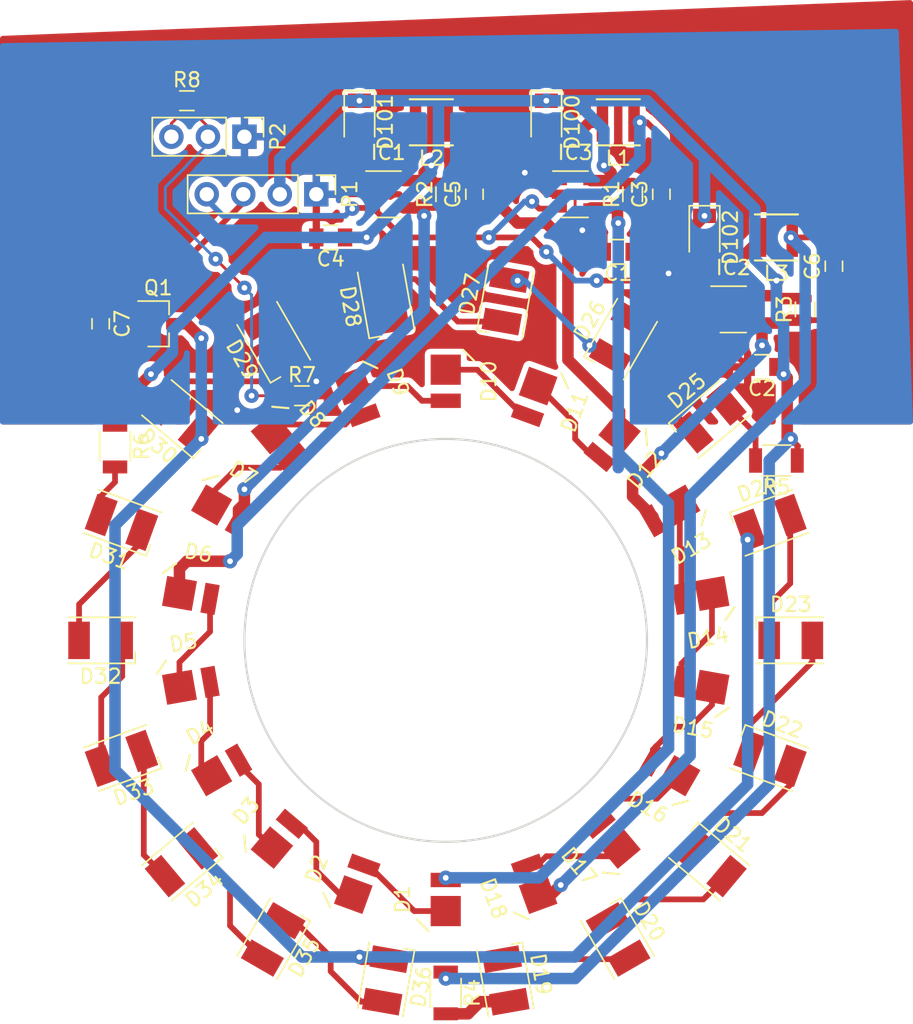
<source format=kicad_pcb>
(kicad_pcb (version 20191123) (host pcbnew "(5.99.0-446-g2a3d4ffe8)")
  (layers (0 "F.Cu" signal) (31 "B.Cu" signal) (34 "B.Paste" user) (35 "F.Paste" user) (36 "B.SilkS" user) (37 "F.SilkS" user) (38 "B.Mask" user) (39 "F.Mask" user) (44 "Edge.Cuts" user))
  (net 0 "")
  (net 1 "Net-(D1-Pad1)")
  (net 2 "Net-(D2-Pad1)")
  (net 3 "GND")
  (net 4 "Net-(D4-Pad1)")
  (net 5 "Net-(D5-Pad1)")
  (net 6 "Net-(D7-Pad1)")
  (net 7 "Net-(D8-Pad1)")
  (net 8 "Net-(D10-Pad2)")
  (net 9 "Net-(D10-Pad1)")
  (net 10 "Net-(D11-Pad1)")
  (net 11 "Net-(D13-Pad1)")
  (net 12 "Net-(D14-Pad1)")
  (net 13 "Net-(D16-Pad1)")
  (net 14 "Net-(D17-Pad1)")
  (net 15 "Net-(D19-Pad1)")
  (net 16 "Net-(D19-Pad2)")
  (net 17 "Net-(D20-Pad1)")
  (net 18 "Net-(D22-Pad1)")
  (net 19 "Net-(D23-Pad1)")
  (net 20 "Net-(D25-Pad1)")
  (net 21 "Net-(D25-Pad2)")
  (net 22 "Net-(D26-Pad1)")
  (net 23 "Net-(D28-Pad1)")
  (net 24 "Net-(D29-Pad1)")
  (net 25 "Net-(D31-Pad1)")
  (net 26 "Net-(D31-Pad2)")
  (net 27 "Net-(D32-Pad1)")
  (net 28 "Net-(D34-Pad1)")
  (net 29 "Net-(D35-Pad1)")
  (net 30 "+24V")
  (net 31 "/L1")
  (net 32 "/H1")
  (net 33 "/L2")
  (net 34 "/H2")
  (net 35 "/L3")
  (net 36 "/H3")
  (net 37 "/CTRL_R")
  (net 38 "Net-(D3-Pad1)")
  (net 39 "Net-(D15-Pad1)")
  (net 40 "Net-(D21-Pad1)")
  (net 41 "Net-(D24-Pad1)")
  (net 42 "Net-(D27-Pad1)")
  (net 43 "Net-(D33-Pad1)")
  (net 44 "/SW1")
  (net 45 "/SW2")
  (net 46 "/SW3")
  (net 47 "/CTRL_W")
  (net 48 "/TempSens")
  (net 49 "/TempSensH")
  (module "Resistors_SMD:R_0603" (layer "F.Cu") (at 43 26.5)
    (fp_text reference "R8" (at 0 -1.45) (layer "F.SilkS"))
    (fp_text value "R")
    (pad "1" smd rect (at -0.75 0) (size 0.5 0.9) (layers "F.Cu" "F.Paste" "F.Mask") (net 49 "/TempSensH"))
    (pad "2" smd rect (at 0.75 0) (size 0.5 0.9) (layers "F.Cu" "F.Paste" "F.Mask") (net 48 "/TempSens"))
  )
  (module "Resistors_SMD:R_0603" (layer "F.Cu") (at 51 47)
    (fp_text reference "R7" (at 0 -1.45) (layer "F.SilkS"))
    (fp_text value "TempSens")
    (pad "1" smd rect (at -0.75 0) (size 0.5 0.9) (layers "F.Cu" "F.Paste" "F.Mask") (net 48 "/TempSens"))
    (pad "2" smd rect (at 0.75 0) (size 0.5 0.9) (layers "F.Cu" "F.Paste" "F.Mask") (net 3 "GND"))
  )
  (module "Socket_Strips:Socket_Strip_Straight_1x03_Pitch2.54mm" (layer "F.Cu") (at 47 29 -90)
    (fp_text reference "P2" (at 0 -2.33 90) (layer "F.SilkS"))
    (fp_text value "CONN_01X03")
    (pad "1" thru_hole rect (at 0 0 270) (size 1.7 1.7) (drill 1) (layers *.Cu *.Mask) (net 3 "GND"))
    (pad "2" thru_hole oval (at 0 2.54 270) (size 1.7 1.7) (drill 1) (layers *.Cu *.Mask) (net 48 "/TempSens"))
    (pad "3" thru_hole oval (at 0 5.08 270) (size 1.7 1.7) (drill 1) (layers *.Cu *.Mask) (net 49 "/TempSensH"))
  )
  (module "Inductors:Inductor_Taiyo-Yuden_MD-3030" (layer "F.Cu") (at 84 36 180)
    (fp_text reference "L3" (at 0 -2.5) (layer "F.SilkS"))
    (fp_text value "L")
    (pad "1" smd rect (at -1.1 0 180) (size 0.8 2.7) (layers "F.Cu" "F.Paste" "F.Mask") (net 35 "/L3"))
    (pad "2" smd rect (at 1.1 0 180) (size 0.8 2.7) (layers "F.Cu" "F.Paste" "F.Mask") (net 46 "/SW3"))
  )
  (module "Inductors:Inductor_Taiyo-Yuden_MD-3030" (layer "F.Cu") (at 60 28 180)
    (fp_text reference "L2" (at 0 -2.5) (layer "F.SilkS"))
    (fp_text value "L")
    (pad "1" smd rect (at -1.1 0 180) (size 0.8 2.7) (layers "F.Cu" "F.Paste" "F.Mask") (net 33 "/L2"))
    (pad "2" smd rect (at 1.1 0 180) (size 0.8 2.7) (layers "F.Cu" "F.Paste" "F.Mask") (net 45 "/SW2"))
  )
  (module "Inductors:Inductor_Taiyo-Yuden_MD-3030" (layer "F.Cu") (at 73 28 180)
    (fp_text reference "L1" (at 0 -2.5) (layer "F.SilkS"))
    (fp_text value "L")
    (pad "1" smd rect (at -1.1 0 180) (size 0.8 2.7) (layers "F.Cu" "F.Paste" "F.Mask") (net 31 "/L1"))
    (pad "2" smd rect (at 1.1 0 180) (size 0.8 2.7) (layers "F.Cu" "F.Paste" "F.Mask") (net 44 "/SW1"))
  )
  (module "LEDs:LED_PLCC-2" (layer "F.Cu") (at 56.84 87.63 -100)
    (fp_text reference "D36" (at 0 -2.5 -100) (layer "F.SilkS"))
    (fp_text value "RED")
    (pad "1" smd rect (at -1.5 0 260) (size 1.5 2.6) (layers "F.Cu" "F.Paste" "F.Mask") (net 41 "Net-(D24-Pad1)"))
    (pad "2" smd rect (at 1.5 0 260) (size 1.5 2.6) (layers "F.Cu" "F.Paste" "F.Mask") (net 29 "Net-(D35-Pad1)"))
  )
  (module "LEDs:LED_PLCC-2" (layer "F.Cu") (at 49 84.78 -120)
    (fp_text reference "D35" (at 0 -2.5 -120) (layer "F.SilkS"))
    (fp_text value "RED")
    (pad "1" smd rect (at -1.5 0 240) (size 1.5 2.6) (layers "F.Cu" "F.Paste" "F.Mask") (net 29 "Net-(D35-Pad1)"))
    (pad "2" smd rect (at 1.5 0 240) (size 1.5 2.6) (layers "F.Cu" "F.Paste" "F.Mask") (net 28 "Net-(D34-Pad1)"))
  )
  (module "LEDs:LED_PLCC-2" (layer "F.Cu") (at 42.62 79.42 -140)
    (fp_text reference "D34" (at 0 -2.5 -140) (layer "F.SilkS"))
    (fp_text value "RED")
    (pad "1" smd rect (at -1.5 0 220) (size 1.5 2.6) (layers "F.Cu" "F.Paste" "F.Mask") (net 28 "Net-(D34-Pad1)"))
    (pad "2" smd rect (at 1.5 0 220) (size 1.5 2.6) (layers "F.Cu" "F.Paste" "F.Mask") (net 43 "Net-(D33-Pad1)"))
  )
  (module "LEDs:LED_PLCC-2" (layer "F.Cu") (at 38.45 72.2 -160)
    (fp_text reference "D33" (at 0 -2.5 -160) (layer "F.SilkS"))
    (fp_text value "RED")
    (pad "1" smd rect (at -1.5 0 200) (size 1.5 2.6) (layers "F.Cu" "F.Paste" "F.Mask") (net 43 "Net-(D33-Pad1)"))
    (pad "2" smd rect (at 1.5 0 200) (size 1.5 2.6) (layers "F.Cu" "F.Paste" "F.Mask") (net 27 "Net-(D32-Pad1)"))
  )
  (module "LEDs:LED_PLCC-2" (layer "F.Cu") (at 37 64 180)
    (fp_text reference "D32" (at 0 -2.5 180) (layer "F.SilkS"))
    (fp_text value "RED")
    (pad "1" smd rect (at -1.5 0 180) (size 1.5 2.6) (layers "F.Cu" "F.Paste" "F.Mask") (net 27 "Net-(D32-Pad1)"))
    (pad "2" smd rect (at 1.5 0 180) (size 1.5 2.6) (layers "F.Cu" "F.Paste" "F.Mask") (net 25 "Net-(D31-Pad1)"))
  )
  (module "LEDs:LED_PLCC-2" (layer "F.Cu") (at 38.45 55.8 160)
    (fp_text reference "D31" (at 0 -2.5 160) (layer "F.SilkS"))
    (fp_text value "RED")
    (pad "1" smd rect (at -1.5 0 160) (size 1.5 2.6) (layers "F.Cu" "F.Paste" "F.Mask") (net 25 "Net-(D31-Pad1)"))
    (pad "2" smd rect (at 1.5 0 160) (size 1.5 2.6) (layers "F.Cu" "F.Paste" "F.Mask") (net 26 "Net-(D31-Pad2)"))
  )
  (module "LEDs:LED_PLCC-2" (layer "F.Cu") (at 42.62 48.58 140)
    (fp_text reference "D30" (at 0 -2.5 140) (layer "F.SilkS"))
    (fp_text value "RED")
    (pad "1" smd rect (at -1.5 0 140) (size 1.5 2.6) (layers "F.Cu" "F.Paste" "F.Mask") (net 41 "Net-(D24-Pad1)"))
    (pad "2" smd rect (at 1.5 0 140) (size 1.5 2.6) (layers "F.Cu" "F.Paste" "F.Mask") (net 24 "Net-(D29-Pad1)"))
  )
  (module "LEDs:LED_PLCC-2" (layer "F.Cu") (at 49 43.22 120)
    (fp_text reference "D29" (at 0 -2.5 120) (layer "F.SilkS"))
    (fp_text value "RED")
    (pad "1" smd rect (at -1.5 0 120) (size 1.5 2.6) (layers "F.Cu" "F.Paste" "F.Mask") (net 24 "Net-(D29-Pad1)"))
    (pad "2" smd rect (at 1.5 0 120) (size 1.5 2.6) (layers "F.Cu" "F.Paste" "F.Mask") (net 23 "Net-(D28-Pad1)"))
  )
  (module "LEDs:LED_PLCC-2" (layer "F.Cu") (at 56.84 40.37 100)
    (fp_text reference "D28" (at 0 -2.5 100) (layer "F.SilkS"))
    (fp_text value "RED")
    (pad "1" smd rect (at -1.5 0 100) (size 1.5 2.6) (layers "F.Cu" "F.Paste" "F.Mask") (net 23 "Net-(D28-Pad1)"))
    (pad "2" smd rect (at 1.5 0 100) (size 1.5 2.6) (layers "F.Cu" "F.Paste" "F.Mask") (net 42 "Net-(D27-Pad1)"))
  )
  (module "LEDs:LED_PLCC-2" (layer "F.Cu") (at 65.16 40.37 80)
    (fp_text reference "D27" (at 0 -2.5 80) (layer "F.SilkS"))
    (fp_text value "RED")
    (pad "1" smd rect (at -1.5 0 80) (size 1.5 2.6) (layers "F.Cu" "F.Paste" "F.Mask") (net 42 "Net-(D27-Pad1)"))
    (pad "2" smd rect (at 1.5 0 80) (size 1.5 2.6) (layers "F.Cu" "F.Paste" "F.Mask") (net 22 "Net-(D26-Pad1)"))
  )
  (module "LEDs:LED_PLCC-2" (layer "F.Cu") (at 79.38 48.58 40)
    (fp_text reference "D25" (at 0 -2.5 40) (layer "F.SilkS"))
    (fp_text value "RED")
    (pad "1" smd rect (at -1.5 0 40) (size 1.5 2.6) (layers "F.Cu" "F.Paste" "F.Mask") (net 20 "Net-(D25-Pad1)"))
    (pad "2" smd rect (at 1.5 0 40) (size 1.5 2.6) (layers "F.Cu" "F.Paste" "F.Mask") (net 21 "Net-(D25-Pad2)"))
  )
  (module "LEDs:LED_PLCC-2" (layer "F.Cu") (at 83.55 55.8 20)
    (fp_text reference "D24" (at 0 -2.5 20) (layer "F.SilkS"))
    (fp_text value "RED")
    (pad "1" smd rect (at -1.5 0 20) (size 1.5 2.6) (layers "F.Cu" "F.Paste" "F.Mask") (net 41 "Net-(D24-Pad1)"))
    (pad "2" smd rect (at 1.5 0 20) (size 1.5 2.6) (layers "F.Cu" "F.Paste" "F.Mask") (net 19 "Net-(D23-Pad1)"))
  )
  (module "LEDs:LED_PLCC-2" (layer "F.Cu") (at 85 64)
    (fp_text reference "D23" (at 0 -2.5) (layer "F.SilkS"))
    (fp_text value "RED")
    (pad "1" smd rect (at -1.5 0) (size 1.5 2.6) (layers "F.Cu" "F.Paste" "F.Mask") (net 19 "Net-(D23-Pad1)"))
    (pad "2" smd rect (at 1.5 0) (size 1.5 2.6) (layers "F.Cu" "F.Paste" "F.Mask") (net 18 "Net-(D22-Pad1)"))
  )
  (module "LEDs:LED_PLCC-2" (layer "F.Cu") (at 83.55 72.2 -20)
    (fp_text reference "D22" (at 0 -2.5 -20) (layer "F.SilkS"))
    (fp_text value "RED")
    (pad "1" smd rect (at -1.5 0 340) (size 1.5 2.6) (layers "F.Cu" "F.Paste" "F.Mask") (net 18 "Net-(D22-Pad1)"))
    (pad "2" smd rect (at 1.5 0 340) (size 1.5 2.6) (layers "F.Cu" "F.Paste" "F.Mask") (net 40 "Net-(D21-Pad1)"))
  )
  (module "LEDs:LED_PLCC-2" (layer "F.Cu") (at 79.38 79.42 -40)
    (fp_text reference "D21" (at 0 -2.5 -40) (layer "F.SilkS"))
    (fp_text value "RED")
    (pad "1" smd rect (at -1.5 0 320) (size 1.5 2.6) (layers "F.Cu" "F.Paste" "F.Mask") (net 40 "Net-(D21-Pad1)"))
    (pad "2" smd rect (at 1.5 0 320) (size 1.5 2.6) (layers "F.Cu" "F.Paste" "F.Mask") (net 17 "Net-(D20-Pad1)"))
  )
  (module "LEDs:LED_PLCC-2" (layer "F.Cu") (at 72.99 84.78 -60)
    (fp_text reference "D20" (at 0 -2.5 -60) (layer "F.SilkS"))
    (fp_text value "RED")
    (pad "1" smd rect (at -1.5 0 300) (size 1.5 2.6) (layers "F.Cu" "F.Paste" "F.Mask") (net 17 "Net-(D20-Pad1)"))
    (pad "2" smd rect (at 1.5 0 300) (size 1.5 2.6) (layers "F.Cu" "F.Paste" "F.Mask") (net 15 "Net-(D19-Pad1)"))
  )
  (module "LEDs:LED_PLCC-2" (layer "F.Cu") (at 65.16 87.63 -80)
    (fp_text reference "D19" (at 0 -2.5 -80) (layer "F.SilkS"))
    (fp_text value "RED")
    (pad "1" smd rect (at -1.5 0 280) (size 1.5 2.6) (layers "F.Cu" "F.Paste" "F.Mask") (net 15 "Net-(D19-Pad1)"))
    (pad "2" smd rect (at 1.5 0 280) (size 1.5 2.6) (layers "F.Cu" "F.Paste" "F.Mask") (net 16 "Net-(D19-Pad2)"))
  )
  (module "Capacitors_SMD:C_0805" (layer "F.Cu") (at 73 37 180)
    (fp_text reference "C1" (at 0 -1.5 180) (layer "F.SilkS"))
    (fp_text value "2u2")
    (pad "1" smd rect (at -1 0 180) (size 1 1.25) (layers "F.Cu" "F.Paste" "F.Mask") (net 30 "+24V"))
    (pad "2" smd rect (at 1 0 180) (size 1 1.25) (layers "F.Cu" "F.Paste" "F.Mask") (net 3 "GND"))
  )
  (module "Capacitors_SMD:C_0805" (layer "F.Cu") (at 83 45 180)
    (fp_text reference "C2" (at 0 -1.5 180) (layer "F.SilkS"))
    (fp_text value "2u2")
    (pad "1" smd rect (at -1 0 180) (size 1 1.25) (layers "F.Cu" "F.Paste" "F.Mask") (net 30 "+24V"))
    (pad "2" smd rect (at 1 0 180) (size 1 1.25) (layers "F.Cu" "F.Paste" "F.Mask") (net 3 "GND"))
  )
  (module "Capacitors_SMD:C_0603" (layer "F.Cu") (at 76 33 90)
    (fp_text reference "C3" (at 0 -1.5 90) (layer "F.SilkS"))
    (fp_text value "100n")
    (pad "2" smd rect (at 0.75 0 90) (size 0.8 0.75) (layers "F.Cu" "F.Paste" "F.Mask") (net 31 "/L1"))
    (pad "1" smd rect (at -0.75 0 90) (size 0.8 0.75) (layers "F.Cu" "F.Paste" "F.Mask") (net 32 "/H1"))
  )
  (module "Capacitors_SMD:C_0805" (layer "F.Cu") (at 53 36 180)
    (fp_text reference "C4" (at 0 -1.5 180) (layer "F.SilkS"))
    (fp_text value "2u2")
    (pad "1" smd rect (at -1 0 180) (size 1 1.25) (layers "F.Cu" "F.Paste" "F.Mask") (net 30 "+24V"))
    (pad "2" smd rect (at 1 0 180) (size 1 1.25) (layers "F.Cu" "F.Paste" "F.Mask") (net 3 "GND"))
  )
  (module "Capacitors_SMD:C_0603" (layer "F.Cu") (at 63 33 90)
    (fp_text reference "C5" (at 0 -1.5 90) (layer "F.SilkS"))
    (fp_text value "100n")
    (pad "2" smd rect (at 0.75 0 90) (size 0.8 0.75) (layers "F.Cu" "F.Paste" "F.Mask") (net 33 "/L2"))
    (pad "1" smd rect (at -0.75 0 90) (size 0.8 0.75) (layers "F.Cu" "F.Paste" "F.Mask") (net 34 "/H2"))
  )
  (module "Capacitors_SMD:C_0603" (layer "F.Cu") (at 88 38 90)
    (fp_text reference "C6" (at 0 -1.5 90) (layer "F.SilkS"))
    (fp_text value "100n")
    (pad "2" smd rect (at 0.75 0 90) (size 0.8 0.75) (layers "F.Cu" "F.Paste" "F.Mask") (net 35 "/L3"))
    (pad "1" smd rect (at -0.75 0 90) (size 0.8 0.75) (layers "F.Cu" "F.Paste" "F.Mask") (net 36 "/H3"))
  )
  (module "Capacitors_SMD:C_0603" (layer "F.Cu") (at 37 42 -90)
    (fp_text reference "C7" (at 0 -1.5 -90) (layer "F.SilkS"))
    (fp_text value "100n")
    (pad "2" smd rect (at 0.75 0 270) (size 0.8 0.75) (layers "F.Cu" "F.Paste" "F.Mask") (net 3 "GND"))
    (pad "1" smd rect (at -0.75 0 270) (size 0.8 0.75) (layers "F.Cu" "F.Paste" "F.Mask") (net 37 "/CTRL_R"))
  )
  (module "Diodes_SMD:D_1206" (layer "F.Cu") (at 68 28 -90)
    (fp_text reference "D100" (at 0 -1.8 -90) (layer "F.SilkS"))
    (fp_text value "D_Schottky")
    (pad "1" smd rect (at -1.5 0 270) (size 1 1.6) (layers "F.Cu" "F.Paste" "F.Mask") (net 30 "+24V"))
    (pad "2" smd rect (at 1.5 0 270) (size 1 1.6) (layers "F.Cu" "F.Paste" "F.Mask") (net 44 "/SW1"))
  )
  (module "Diodes_SMD:D_1206" (layer "F.Cu") (at 55 28 -90)
    (fp_text reference "D101" (at 0 -1.8 -90) (layer "F.SilkS"))
    (fp_text value "D_Schottky")
    (pad "1" smd rect (at -1.5 0 270) (size 1 1.6) (layers "F.Cu" "F.Paste" "F.Mask") (net 30 "+24V"))
    (pad "2" smd rect (at 1.5 0 270) (size 1 1.6) (layers "F.Cu" "F.Paste" "F.Mask") (net 45 "/SW2"))
  )
  (module "Diodes_SMD:D_1206" (layer "F.Cu") (at 79 36 -90)
    (fp_text reference "D102" (at 0 -1.8 -90) (layer "F.SilkS"))
    (fp_text value "D_Schottky")
    (pad "1" smd rect (at -1.5 0 270) (size 1 1.6) (layers "F.Cu" "F.Paste" "F.Mask") (net 30 "+24V"))
    (pad "2" smd rect (at 1.5 0 270) (size 1 1.6) (layers "F.Cu" "F.Paste" "F.Mask") (net 46 "/SW3"))
  )
  (module "TO_SOT_Packages_SMD:SOT-23-5" (layer "F.Cu") (at 57 33)
    (fp_text reference "IC1" (at 0 -2.9) (layer "F.SilkS"))
    (fp_text value "AL8808")
    (pad "1" smd rect (at -1.1 -0.95) (size 1.06 0.65) (layers "F.Cu" "F.Paste" "F.Mask") (net 45 "/SW2"))
    (pad "2" smd rect (at -1.1 0) (size 1.06 0.65) (layers "F.Cu" "F.Paste" "F.Mask") (net 3 "GND"))
    (pad "3" smd rect (at -1.1 0.95) (size 1.06 0.65) (layers "F.Cu" "F.Paste" "F.Mask") (net 47 "/CTRL_W"))
    (pad "4" smd rect (at 1.1 0.95) (size 1.06 0.65) (layers "F.Cu" "F.Paste" "F.Mask") (net 34 "/H2"))
    (pad "5" smd rect (at 1.1 -0.95) (size 1.06 0.65) (layers "F.Cu" "F.Paste" "F.Mask") (net 30 "+24V"))
  )
  (module "TO_SOT_Packages_SMD:SOT-23-5" (layer "F.Cu") (at 81 41)
    (fp_text reference "IC2" (at 0 -2.9) (layer "F.SilkS"))
    (fp_text value "AL8808")
    (pad "1" smd rect (at -1.1 -0.95) (size 1.06 0.65) (layers "F.Cu" "F.Paste" "F.Mask") (net 46 "/SW3"))
    (pad "2" smd rect (at -1.1 0) (size 1.06 0.65) (layers "F.Cu" "F.Paste" "F.Mask") (net 3 "GND"))
    (pad "3" smd rect (at -1.1 0.95) (size 1.06 0.65) (layers "F.Cu" "F.Paste" "F.Mask") (net 47 "/CTRL_W"))
    (pad "4" smd rect (at 1.1 0.95) (size 1.06 0.65) (layers "F.Cu" "F.Paste" "F.Mask") (net 36 "/H3"))
    (pad "5" smd rect (at 1.1 -0.95) (size 1.06 0.65) (layers "F.Cu" "F.Paste" "F.Mask") (net 30 "+24V"))
  )
  (module "TO_SOT_Packages_SMD:SOT-23-5" (layer "F.Cu") (at 70 33)
    (fp_text reference "IC3" (at 0 -2.9) (layer "F.SilkS"))
    (fp_text value "AL8808")
    (pad "1" smd rect (at -1.1 -0.95) (size 1.06 0.65) (layers "F.Cu" "F.Paste" "F.Mask") (net 44 "/SW1"))
    (pad "2" smd rect (at -1.1 0) (size 1.06 0.65) (layers "F.Cu" "F.Paste" "F.Mask") (net 3 "GND"))
    (pad "3" smd rect (at -1.1 0.95) (size 1.06 0.65) (layers "F.Cu" "F.Paste" "F.Mask") (net 47 "/CTRL_W"))
    (pad "4" smd rect (at 1.1 0.95) (size 1.06 0.65) (layers "F.Cu" "F.Paste" "F.Mask") (net 32 "/H1"))
    (pad "5" smd rect (at 1.1 -0.95) (size 1.06 0.65) (layers "F.Cu" "F.Paste" "F.Mask") (net 30 "+24V"))
  )
  (module "TO_SOT_Packages_SMD:SOT-23" (layer "F.Cu") (at 41 42)
    (fp_text reference "Q1" (at 0 -2.5) (layer "F.SilkS"))
    (fp_text value "Q_NMOS_GSD")
    (pad "1" smd rect (at -1 -0.95) (size 0.9 0.8) (layers "F.Cu" "F.Paste" "F.Mask") (net 37 "/CTRL_R"))
    (pad "2" smd rect (at -1 0.95) (size 0.9 0.8) (layers "F.Cu" "F.Paste" "F.Mask") (net 3 "GND"))
    (pad "3" smd rect (at 1 0) (size 0.9 0.8) (layers "F.Cu" "F.Paste" "F.Mask") (net 41 "Net-(D24-Pad1)"))
  )
  (module "Resistors_SMD:R_0603" (layer "F.Cu") (at 74 33 90)
    (fp_text reference "R1" (at 0 -1.45 90) (layer "F.SilkS"))
    (fp_text value "1R 1%")
    (pad "1" smd rect (at -0.75 0 90) (size 0.5 0.9) (layers "F.Cu" "F.Paste" "F.Mask") (net 32 "/H1"))
    (pad "2" smd rect (at 0.75 0 90) (size 0.5 0.9) (layers "F.Cu" "F.Paste" "F.Mask") (net 30 "+24V"))
  )
  (module "Resistors_SMD:R_0603" (layer "F.Cu") (at 61 33 90)
    (fp_text reference "R2" (at 0 -1.45 90) (layer "F.SilkS"))
    (fp_text value "1R 1%")
    (pad "1" smd rect (at -0.75 0 90) (size 0.5 0.9) (layers "F.Cu" "F.Paste" "F.Mask") (net 34 "/H2"))
    (pad "2" smd rect (at 0.75 0 90) (size 0.5 0.9) (layers "F.Cu" "F.Paste" "F.Mask") (net 30 "+24V"))
  )
  (module "Resistors_SMD:R_0603" (layer "F.Cu") (at 86 41 90)
    (fp_text reference "R3" (at 0 -1.45 90) (layer "F.SilkS"))
    (fp_text value "1R 1%")
    (pad "1" smd rect (at -0.75 0 90) (size 0.5 0.9) (layers "F.Cu" "F.Paste" "F.Mask") (net 36 "/H3"))
    (pad "2" smd rect (at 0.75 0 90) (size 0.5 0.9) (layers "F.Cu" "F.Paste" "F.Mask") (net 30 "+24V"))
  )
  (module "LEDs:LED_PLCC-2" (layer "F.Cu") (at 73.2 43 60)
    (fp_text reference "D26" (at 0 -2.5 60) (layer "F.SilkS"))
    (fp_text value "RED")
    (pad "1" smd rect (at -1.5 0 60) (size 1.5 2.6) (layers "F.Cu" "F.Paste" "F.Mask") (net 22 "Net-(D26-Pad1)"))
    (pad "2" smd rect (at 1.5 0 60) (size 1.5 2.6) (layers "F.Cu" "F.Paste" "F.Mask") (net 20 "Net-(D25-Pad1)"))
  )
  (module "Sven_FP:PLCC_EAHC2835" (layer "F.Cu") (at 61 82 -90)
    (fp_text reference "D1" (at 0 3 -90) (layer "F.SilkS"))
    (fp_text value "White")
    (pad "1" smd rect (at 0.81 0 270) (size 2.1 2.1) (layers "F.Cu" "F.Paste" "F.Mask") (net 1 "Net-(D1-Pad1)"))
    (pad "2" smd rect (at -1.35 0 270) (size 1 2.1) (layers "F.Cu" "F.Paste" "F.Mask") (net 32 "/H1"))
  )
  (module "Sven_FP:PLCC_EAHC2835" (layer "F.Cu") (at 54.85 80.91 -110)
    (fp_text reference "D2" (at 0 3 -110) (layer "F.SilkS"))
    (fp_text value "White")
    (pad "1" smd rect (at 0.81 0 250) (size 2.1 2.1) (layers "F.Cu" "F.Paste" "F.Mask") (net 2 "Net-(D2-Pad1)"))
    (pad "2" smd rect (at -1.35 0 250) (size 1 2.1) (layers "F.Cu" "F.Paste" "F.Mask") (net 1 "Net-(D1-Pad1)"))
  )
  (module "Sven_FP:PLCC_EAHC2835" (layer "F.Cu") (at 49.43 77.78 -130)
    (fp_text reference "D3" (at 0 3 -130) (layer "F.SilkS"))
    (fp_text value "White")
    (pad "1" smd rect (at 0.81 0 230) (size 2.1 2.1) (layers "F.Cu" "F.Paste" "F.Mask") (net 38 "Net-(D3-Pad1)"))
    (pad "2" smd rect (at -1.35 0 230) (size 1 2.1) (layers "F.Cu" "F.Paste" "F.Mask") (net 2 "Net-(D2-Pad1)"))
  )
  (module "Sven_FP:PLCC_EAHC2835" (layer "F.Cu") (at 45.42 73 -150)
    (fp_text reference "D4" (at 0 3 -150) (layer "F.SilkS"))
    (fp_text value "White")
    (pad "1" smd rect (at 0.81 0 210) (size 2.1 2.1) (layers "F.Cu" "F.Paste" "F.Mask") (net 4 "Net-(D4-Pad1)"))
    (pad "2" smd rect (at -1.35 0 210) (size 1 2.1) (layers "F.Cu" "F.Paste" "F.Mask") (net 38 "Net-(D3-Pad1)"))
  )
  (module "Sven_FP:PLCC_EAHC2835" (layer "F.Cu") (at 43.28 67.12 -170)
    (fp_text reference "D5" (at 0 3 -170) (layer "F.SilkS"))
    (fp_text value "White")
    (pad "1" smd rect (at 0.81 0 190) (size 2.1 2.1) (layers "F.Cu" "F.Paste" "F.Mask") (net 5 "Net-(D5-Pad1)"))
    (pad "2" smd rect (at -1.35 0 190) (size 1 2.1) (layers "F.Cu" "F.Paste" "F.Mask") (net 4 "Net-(D4-Pad1)"))
  )
  (module "Sven_FP:PLCC_EAHC2835" (layer "F.Cu") (at 43.28 60.88 170)
    (fp_text reference "D6" (at 0 3 170) (layer "F.SilkS"))
    (fp_text value "White")
    (pad "1" smd rect (at 0.81 0 170) (size 2.1 2.1) (layers "F.Cu" "F.Paste" "F.Mask") (net 31 "/L1"))
    (pad "2" smd rect (at -1.35 0 170) (size 1 2.1) (layers "F.Cu" "F.Paste" "F.Mask") (net 5 "Net-(D5-Pad1)"))
  )
  (module "Sven_FP:PLCC_EAHC2835" (layer "F.Cu") (at 45.42 55 150)
    (fp_text reference "D7" (at 0 3 150) (layer "F.SilkS"))
    (fp_text value "White")
    (pad "1" smd rect (at 0.81 0 150) (size 2.1 2.1) (layers "F.Cu" "F.Paste" "F.Mask") (net 6 "Net-(D7-Pad1)"))
    (pad "2" smd rect (at -1.35 0 150) (size 1 2.1) (layers "F.Cu" "F.Paste" "F.Mask") (net 34 "/H2"))
  )
  (module "Sven_FP:PLCC_EAHC2835" (layer "F.Cu") (at 49.43 50.22 130)
    (fp_text reference "D8" (at 0 3 130) (layer "F.SilkS"))
    (fp_text value "White")
    (pad "1" smd rect (at 0.81 0 130) (size 2.1 2.1) (layers "F.Cu" "F.Paste" "F.Mask") (net 7 "Net-(D8-Pad1)"))
    (pad "2" smd rect (at -1.35 0 130) (size 1 2.1) (layers "F.Cu" "F.Paste" "F.Mask") (net 6 "Net-(D7-Pad1)"))
  )
  (module "Sven_FP:PLCC_EAHC2835" (layer "F.Cu") (at 54.85 47.09 110)
    (fp_text reference "D9" (at 0 3 110) (layer "F.SilkS"))
    (fp_text value "White")
    (pad "1" smd rect (at 0.81 0 110) (size 2.1 2.1) (layers "F.Cu" "F.Paste" "F.Mask") (net 8 "Net-(D10-Pad2)"))
    (pad "2" smd rect (at -1.35 0 110) (size 1 2.1) (layers "F.Cu" "F.Paste" "F.Mask") (net 7 "Net-(D8-Pad1)"))
  )
  (module "Sven_FP:PLCC_EAHC2835" (layer "F.Cu") (at 61 46 90)
    (fp_text reference "D10" (at 0 3 90) (layer "F.SilkS"))
    (fp_text value "White")
    (pad "1" smd rect (at 0.81 0 90) (size 2.1 2.1) (layers "F.Cu" "F.Paste" "F.Mask") (net 9 "Net-(D10-Pad1)"))
    (pad "2" smd rect (at -1.35 0 90) (size 1 2.1) (layers "F.Cu" "F.Paste" "F.Mask") (net 8 "Net-(D10-Pad2)"))
  )
  (module "Sven_FP:PLCC_EAHC2835" (layer "F.Cu") (at 67.15 47.09 70)
    (fp_text reference "D11" (at 0 3 70) (layer "F.SilkS"))
    (fp_text value "White")
    (pad "1" smd rect (at 0.81 0 70) (size 2.1 2.1) (layers "F.Cu" "F.Paste" "F.Mask") (net 10 "Net-(D11-Pad1)"))
    (pad "2" smd rect (at -1.35 0 70) (size 1 2.1) (layers "F.Cu" "F.Paste" "F.Mask") (net 9 "Net-(D10-Pad1)"))
  )
  (module "Sven_FP:PLCC_EAHC2835" (layer "F.Cu") (at 72.57 50.22 50)
    (fp_text reference "D12" (at 0 3 50) (layer "F.SilkS"))
    (fp_text value "White")
    (pad "1" smd rect (at 0.81 0 50) (size 2.1 2.1) (layers "F.Cu" "F.Paste" "F.Mask") (net 33 "/L2"))
    (pad "2" smd rect (at -1.35 0 50) (size 1 2.1) (layers "F.Cu" "F.Paste" "F.Mask") (net 10 "Net-(D11-Pad1)"))
  )
  (module "Sven_FP:PLCC_EAHC2835" (layer "F.Cu") (at 76.58 55.01 30)
    (fp_text reference "D13" (at 0 3 30) (layer "F.SilkS"))
    (fp_text value "White")
    (pad "1" smd rect (at 0.81 0 30) (size 2.1 2.1) (layers "F.Cu" "F.Paste" "F.Mask") (net 11 "Net-(D13-Pad1)"))
    (pad "2" smd rect (at -1.35 0 30) (size 1 2.1) (layers "F.Cu" "F.Paste" "F.Mask") (net 36 "/H3"))
  )
  (module "Sven_FP:PLCC_EAHC2835" (layer "F.Cu") (at 78.72 60.88 10)
    (fp_text reference "D14" (at 0 3 10) (layer "F.SilkS"))
    (fp_text value "White")
    (pad "1" smd rect (at 0.81 0 10) (size 2.1 2.1) (layers "F.Cu" "F.Paste" "F.Mask") (net 12 "Net-(D14-Pad1)"))
    (pad "2" smd rect (at -1.35 0 10) (size 1 2.1) (layers "F.Cu" "F.Paste" "F.Mask") (net 11 "Net-(D13-Pad1)"))
  )
  (module "Sven_FP:PLCC_EAHC2835" (layer "F.Cu") (at 78.72 67.12 -10)
    (fp_text reference "D15" (at 0 3 -10) (layer "F.SilkS"))
    (fp_text value "White")
    (pad "1" smd rect (at 0.81 0 350) (size 2.1 2.1) (layers "F.Cu" "F.Paste" "F.Mask") (net 39 "Net-(D15-Pad1)"))
    (pad "2" smd rect (at -1.35 0 350) (size 1 2.1) (layers "F.Cu" "F.Paste" "F.Mask") (net 12 "Net-(D14-Pad1)"))
  )
  (module "Sven_FP:PLCC_EAHC2835" (layer "F.Cu") (at 76.58 73 -30)
    (fp_text reference "D16" (at 0 3 -30) (layer "F.SilkS"))
    (fp_text value "White")
    (pad "1" smd rect (at 0.81 0 330) (size 2.1 2.1) (layers "F.Cu" "F.Paste" "F.Mask") (net 13 "Net-(D16-Pad1)"))
    (pad "2" smd rect (at -1.35 0 330) (size 1 2.1) (layers "F.Cu" "F.Paste" "F.Mask") (net 39 "Net-(D15-Pad1)"))
  )
  (module "Sven_FP:PLCC_EAHC2835" (layer "F.Cu") (at 72.57 77.78 -50)
    (fp_text reference "D17" (at 0 3 -50) (layer "F.SilkS"))
    (fp_text value "White")
    (pad "1" smd rect (at 0.81 0 310) (size 2.1 2.1) (layers "F.Cu" "F.Paste" "F.Mask") (net 14 "Net-(D17-Pad1)"))
    (pad "2" smd rect (at -1.35 0 310) (size 1 2.1) (layers "F.Cu" "F.Paste" "F.Mask") (net 13 "Net-(D16-Pad1)"))
  )
  (module "Sven_FP:PLCC_EAHC2835" (layer "F.Cu") (at 67.15 80.91 -70)
    (fp_text reference "D18" (at 0 3 -70) (layer "F.SilkS"))
    (fp_text value "White")
    (pad "1" smd rect (at 0.81 0 290) (size 2.1 2.1) (layers "F.Cu" "F.Paste" "F.Mask") (net 35 "/L3"))
    (pad "2" smd rect (at -1.35 0 290) (size 1 2.1) (layers "F.Cu" "F.Paste" "F.Mask") (net 14 "Net-(D17-Pad1)"))
  )
  (module "Socket_Strips:Socket_Strip_Straight_1x04_Pitch2.54mm" (layer "F.Cu") (at 52 33 -90)
    (fp_text reference "P1" (at 0 -2.33 -90) (layer "F.SilkS"))
    (fp_text value "CONN_01X04")
    (pad "1" thru_hole rect (at 0 0 270) (size 1.7 1.7) (drill 1) (layers *.Cu *.Mask) (net 3 "GND"))
    (pad "2" thru_hole oval (at 0 2.54 270) (size 1.7 1.7) (drill 1) (layers *.Cu *.Mask) (net 30 "+24V"))
    (pad "3" thru_hole oval (at 0 5.08 270) (size 1.7 1.7) (drill 1) (layers *.Cu *.Mask) (net 37 "/CTRL_R"))
    (pad "4" thru_hole oval (at 0 7.62 270) (size 1.7 1.7) (drill 1) (layers *.Cu *.Mask) (net 47 "/CTRL_W"))
  )
  (module "Resistors_SMD:R_1206" (layer "F.Cu") (at 61 88.5 -90)
    (fp_text reference "R4" (at 0 -1.85 -90) (layer "F.SilkS"))
    (fp_text value "R")
    (pad "1" smd rect (at -1.45 0 270) (size 0.9 1.7) (layers "F.Cu" "F.Paste" "F.Mask") (net 30 "+24V"))
    (pad "2" smd rect (at 1.45 0 270) (size 0.9 1.7) (layers "F.Cu" "F.Paste" "F.Mask") (net 16 "Net-(D19-Pad2)"))
  )
  (module "Resistors_SMD:R_1206" (layer "F.Cu") (at 84 51.5 180)
    (fp_text reference "R5" (at 0 -1.85 180) (layer "F.SilkS"))
    (fp_text value "R")
    (pad "1" smd rect (at -1.45 0 180) (size 0.9 1.7) (layers "F.Cu" "F.Paste" "F.Mask") (net 30 "+24V"))
    (pad "2" smd rect (at 1.45 0 180) (size 0.9 1.7) (layers "F.Cu" "F.Paste" "F.Mask") (net 21 "Net-(D25-Pad2)"))
  )
  (module "Resistors_SMD:R_1206" (layer "F.Cu") (at 38 50.5 -90)
    (fp_text reference "R6" (at 0 -1.85 -90) (layer "F.SilkS"))
    (fp_text value "R")
    (pad "1" smd rect (at -1.45 0 270) (size 0.9 1.7) (layers "F.Cu" "F.Paste" "F.Mask") (net 30 "+24V"))
    (pad "2" smd rect (at 1.45 0 270) (size 0.9 1.7) (layers "F.Cu" "F.Paste" "F.Mask") (net 26 "Net-(D31-Pad2)"))
  )
  (gr_circle (center 61 64) (end 47 64) (layer "Edge.Cuts") (width 0.15))
  (segment (start 82.55 51.5) (end 82.55 49.636752) (width 0.4) (layer "F.Cu") (net 21))
  (segment (start 82.55 49.636752) (end 80.529067 47.615819) (width 0.4) (layer "F.Cu") (net 21))
  (segment (start 85.5 50.5) (end 85.45 50.55) (width 0.4) (layer "F.Cu") (net 30))
  (segment (start 85.45 50.55) (end 85.45 51.5) (width 0.4) (layer "F.Cu") (net 30))
  (segment (start 85 50) (end 85.5 50.5) (width 0.4) (layer "F.Cu") (net 30))
  (segment (start 43 31) (end 43 30.96) (width 0.2) (layer "B.Cu") (net 48))
  (segment (start 43 30.96) (end 44.46 29.5) (width 0.2) (layer "B.Cu") (net 48))
  (segment (start 44.46 28.297919) (end 43.75 27.587919) (width 0.2) (layer "F.Cu") (net 48))
  (segment (start 44.46 29.5) (end 44.46 28.297919) (width 0.2) (layer "F.Cu") (net 48))
  (segment (start 43.75 27.587919) (end 43.75 26.5) (width 0.2) (layer "F.Cu") (net 48))
  (segment (start 41.92 28.08) (end 42.25 27.75) (width 0.2) (layer "F.Cu") (net 49))
  (segment (start 42.25 27.75) (end 42.25 26.5) (width 0.2) (layer "F.Cu") (net 49))
  (segment (start 41.92 29.5) (end 41.92 28.08) (width 0.2) (layer "F.Cu") (net 49))
  (segment (start 41.5 34) (end 41.5 32.5) (width 0.2) (layer "B.Cu") (net 48))
  (segment (start 45 37.5) (end 41.5 34) (width 0.2) (layer "B.Cu") (net 48))
  (segment (start 41.5 32.5) (end 43 31) (width 0.2) (layer "B.Cu") (net 48))
  (segment (start 47 39.5) (end 45 37.5) (width 0.2) (layer "F.Cu") (net 48))
  (via (at 45 37.5) (size 1) (drill 0.4) (layers "F.Cu" "B.Cu") (net 48))
  (segment (start 47.5 40) (end 47 39.5) (width 0.2) (layer "B.Cu") (net 48))
  (segment (start 47.5 47) (end 47.5 40) (width 0.2) (layer "B.Cu") (net 48))
  (via (at 47 39.5) (size 1) (drill 0.4) (layers "F.Cu" "B.Cu") (net 48))
  (segment (start 50.25 47) (end 47.5 47) (width 0.2) (layer "F.Cu") (net 48))
  (via (at 47.5 47) (size 1) (drill 0.4) (layers "F.Cu" "B.Cu") (net 48))
  (segment (start 50 48) (end 46.5 48) (width 0.2) (layer "B.Cu") (net 3))
  (segment (start 52 46) (end 50 48) (width 0.2) (layer "B.Cu") (net 3))
  (via (at 46.5 48) (size 1) (drill 0.4) (layers "F.Cu" "B.Cu") (net 3))
  (segment (start 51.75 46.25) (end 52 46) (width 0.2) (layer "F.Cu") (net 3))
  (segment (start 51.75 47) (end 51.75 46.25) (width 0.2) (layer "F.Cu") (net 3))
  (via (at 52 46) (size 1) (drill 0.4) (layers "F.Cu" "B.Cu") (net 3))
  (segment (start 68.85 34) (end 68.9 33.95) (width 0.4) (layer "F.Cu") (net 47))
  (segment (start 68.85 34) (end 68.9 33.95) (width 0.4) (layer "F.Cu") (net 47))
  (segment (start 67.5 36.5) (end 67 36) (width 0.4) (layer "F.Cu") (net 47))
  (segment (start 75 39) (end 71.5 39) (width 0.4) (layer "F.Cu") (net 47))
  (segment (start 77.95 41.95) (end 79.9 41.95) (width 0.4) (layer "F.Cu") (net 47))
  (segment (start 77.95 41.95) (end 75 39) (width 0.4) (layer "F.Cu") (net 47))
  (segment (start 56 34) (end 55.9 33.95) (width 0.4) (layer "F.Cu") (net 47))
  (segment (start 58 36) (end 56 34) (width 0.4) (layer "F.Cu") (net 47))
  (segment (start 64 36) (end 58 36) (width 0.4) (layer "F.Cu") (net 47))
  (segment (start 67 36) (end 64 36) (width 0.4) (layer "F.Cu") (net 47))
  (segment (start 68.85 34) (end 68.9 33.95) (width 0.4) (layer "F.Cu") (net 47))
  (segment (start 68 34) (end 68.85 34) (width 0.4) (layer "F.Cu") (net 47))
  (via (at 68 37) (size 1) (drill 0.4) (layers "F.Cu" "B.Cu") (net 47))
  (segment (start 68 37) (end 70 39) (width 0.4) (layer "B.Cu") (net 47))
  (segment (start 70 39) (end 71.5 39) (width 0.4) (layer "B.Cu") (net 47))
  (via (at 71.5 39) (size 1) (drill 0.4) (layers "F.Cu" "B.Cu") (net 47))
  (segment (start 67.5 36.5) (end 68 37) (width 0.4) (layer "F.Cu") (net 47))
  (segment (start 66.5 33.5) (end 64 36) (width 0.4) (layer "B.Cu") (net 47))
  (segment (start 66.5 33.5) (end 67 33.5) (width 0.4) (layer "B.Cu") (net 47))
  (via (at 67 33.5) (size 1) (drill 0.4) (layers "F.Cu" "B.Cu") (net 47))
  (segment (start 67 33.5) (end 67.5 34) (width 0.4) (layer "F.Cu") (net 47))
  (segment (start 68 34) (end 67.5 34) (width 0.4) (layer "F.Cu") (net 47))
  (via (at 64 36) (size 1) (drill 0.4) (layers "F.Cu" "B.Cu") (net 47))
  (segment (start 54.55 33.95) (end 55.9 33.95) (width 0.4) (layer "F.Cu") (net 47))
  (segment (start 54.5 34) (end 54.55 33.95) (width 0.4) (layer "F.Cu") (net 47))
  (via (at 54.5 34) (size 1) (drill 0.4) (layers "F.Cu" "B.Cu") (net 47))
  (segment (start 54 34.5) (end 54.5 34) (width 0.4) (layer "B.Cu") (net 47))
  (segment (start 45.5 34.5) (end 54 34.5) (width 0.4) (layer "B.Cu") (net 47))
  (segment (start 44.38 33.38) (end 45.5 34.5) (width 0.4) (layer "B.Cu") (net 47))
  (segment (start 44.38 33) (end 44.38 33.38) (width 0.4) (layer "B.Cu") (net 47))
  (segment (start 81.5 37.5) (end 79 37.5) (width 0.8) (layer "F.Cu") (net 46))
  (segment (start 82.9 36.1) (end 81.5 37.5) (width 0.8) (layer "F.Cu") (net 46))
  (segment (start 82.9 36) (end 82.9 36.1) (width 0.8) (layer "F.Cu") (net 46))
  (segment (start 79.05 40.05) (end 78 39) (width 0.4) (layer "F.Cu") (net 46))
  (segment (start 78 39) (end 78 38.5) (width 0.4) (layer "F.Cu") (net 46))
  (segment (start 78 38.5) (end 79 37.5) (width 0.4) (layer "F.Cu") (net 46))
  (segment (start 79.9 40.05) (end 79.05 40.05) (width 0.4) (layer "F.Cu") (net 46))
  (segment (start 55 30) (end 55 29.5) (width 0.4) (layer "F.Cu") (net 45))
  (segment (start 55.9 30.9) (end 55 30) (width 0.4) (layer "F.Cu") (net 45))
  (segment (start 55.9 32.05) (end 55.9 30.9) (width 0.4) (layer "F.Cu") (net 45))
  (segment (start 58 28) (end 56.5 29.5) (width 0.8) (layer "F.Cu") (net 45))
  (segment (start 56.5 29.5) (end 55 29.5) (width 0.8) (layer "F.Cu") (net 45))
  (segment (start 58.9 28) (end 58 28) (width 0.8) (layer "F.Cu") (net 45))
  (segment (start 69.5 29.5) (end 71 28) (width 0.8) (layer "F.Cu") (net 44))
  (segment (start 71 28) (end 71.9 28) (width 0.8) (layer "F.Cu") (net 44))
  (segment (start 68 29.5) (end 69.5 29.5) (width 0.8) (layer "F.Cu") (net 44))
  (segment (start 68.9 30.4) (end 68 29.5) (width 0.4) (layer "F.Cu") (net 44))
  (segment (start 68.9 32.05) (end 68.9 30.4) (width 0.4) (layer "F.Cu") (net 44))
  (segment (start 40 78.913248) (end 41.470933 80.384181) (width 0.4) (layer "F.Cu") (net 43))
  (segment (start 40 72) (end 40 78.913248) (width 0.4) (layer "F.Cu") (net 43))
  (segment (start 39.859539 71.859539) (end 40 72) (width 0.4) (layer "F.Cu") (net 43))
  (segment (start 39.859539 71.68697) (end 39.859539 71.859539) (width 0.4) (layer "F.Cu") (net 43))
  (segment (start 58.892788 38.892788) (end 61.847212 41.847212) (width 0.4) (layer "F.Cu") (net 42))
  (segment (start 61.847212 41.847212) (end 64.899528 41.847212) (width 0.4) (layer "F.Cu") (net 42))
  (segment (start 56.579528 38.892788) (end 58.892788 38.892788) (width 0.4) (layer "F.Cu") (net 42))
  (via (at 55 86) (size 1) (drill 0.4) (layers "F.Cu" "B.Cu") (net 41))
  (segment (start 55 86) (end 55.152788 86.152788) (width 0.8) (layer "F.Cu") (net 41))
  (segment (start 55.152788 86.152788) (end 57.100472 86.152788) (width 0.8) (layer "F.Cu") (net 41))
  (segment (start 43.769067 49.769067) (end 43.769067 49.544181) (width 0.8) (layer "F.Cu") (net 41))
  (segment (start 51 86) (end 38 73) (width 0.8) (layer "B.Cu") (net 41))
  (segment (start 38 73) (end 38 56) (width 0.8) (layer "B.Cu") (net 41))
  (segment (start 38 56) (end 44 50) (width 0.8) (layer "B.Cu") (net 41))
  (via (at 44 50) (size 1) (drill 0.4) (layers "F.Cu" "B.Cu") (net 41))
  (segment (start 44 50) (end 43.769067 49.769067) (width 0.8) (layer "F.Cu") (net 41))
  (segment (start 55 86) (end 51 86) (width 0.8) (layer "B.Cu") (net 41))
  (segment (start 82.140461 56.859539) (end 82.140461 56.31303) (width 0.8) (layer "F.Cu") (net 41))
  (segment (start 70 86) (end 82 74) (width 0.8) (layer "B.Cu") (net 41))
  (segment (start 82 74) (end 82 57) (width 0.8) (layer "B.Cu") (net 41))
  (via (at 82 57) (size 1) (drill 0.4) (layers "F.Cu" "B.Cu") (net 41))
  (segment (start 82 57) (end 82.140461 56.859539) (width 0.8) (layer "F.Cu") (net 41))
  (segment (start 55 86) (end 70 86) (width 0.8) (layer "B.Cu") (net 41))
  (segment (start 43 42) (end 44 43) (width 0.8) (layer "F.Cu") (net 41))
  (via (at 44 43) (size 1) (drill 0.4) (layers "F.Cu" "B.Cu") (net 41))
  (segment (start 44 43) (end 44 50) (width 0.8) (layer "B.Cu") (net 41))
  (segment (start 42 42) (end 43 42) (width 0.8) (layer "F.Cu") (net 41))
  (segment (start 84.959539 74.040461) (end 84.959539 72.71303) (width 0.4) (layer "F.Cu") (net 40))
  (segment (start 83 76) (end 84.959539 74.040461) (width 0.4) (layer "F.Cu") (net 40))
  (segment (start 80 76) (end 83 76) (width 0.4) (layer "F.Cu") (net 40))
  (segment (start 78.230933 77.769067) (end 80 76) (width 0.4) (layer "F.Cu") (net 40))
  (segment (start 78.230933 78.455819) (end 78.230933 77.769067) (width 0.4) (layer "F.Cu") (net 40))
  (segment (start 79.517694 67.482306) (end 79.517694 67.260655) (width 0.4) (layer "F.Cu") (net 39))
  (segment (start 77 70) (end 78 70) (width 0.4) (layer "F.Cu") (net 39))
  (segment (start 78 70) (end 79.517694 68.482306) (width 0.4) (layer "F.Cu") (net 39))
  (segment (start 79.517694 68.482306) (end 79.517694 67.260655) (width 0.4) (layer "F.Cu") (net 39))
  (segment (start 75.410866 71.589134) (end 77 70) (width 0.4) (layer "F.Cu") (net 39))
  (segment (start 75.410866 72.325) (end 75.410866 71.589134) (width 0.4) (layer "F.Cu") (net 39))
  (segment (start 48 77.491154) (end 48.909342 78.400496) (width 0.4) (layer "F.Cu") (net 38))
  (segment (start 48 74) (end 48 77.491154) (width 0.4) (layer "F.Cu") (net 38))
  (segment (start 46.589134 72.589134) (end 48 74) (width 0.4) (layer "F.Cu") (net 38))
  (segment (start 46.589134 72.325) (end 46.589134 72.589134) (width 0.4) (layer "F.Cu") (net 38))
  (segment (start 37.2 41.05) (end 37 41.25) (width 0.4) (layer "F.Cu") (net 37))
  (segment (start 40 41.05) (end 37.2 41.05) (width 0.4) (layer "F.Cu") (net 37))
  (segment (start 46.92 33.58) (end 46.92 33) (width 0.4) (layer "F.Cu") (net 37))
  (segment (start 40 40.5) (end 46.92 33.58) (width 0.4) (layer "F.Cu") (net 37))
  (segment (start 40 41.05) (end 40 40.5) (width 0.4) (layer "F.Cu") (net 37))
  (segment (start 84.25 41.75) (end 84.05 41.95) (width 0.8) (layer "F.Cu") (net 36))
  (segment (start 83 41.95) (end 82.1 41.95) (width 0.8) (layer "F.Cu") (net 36))
  (segment (start 84.05 41.95) (end 83 41.95) (width 0.8) (layer "F.Cu") (net 36))
  (segment (start 86 41.75) (end 84.25 41.75) (width 0.8) (layer "F.Cu") (net 36))
  (segment (start 75.410866 55.410866) (end 74 54) (width 0.8) (layer "F.Cu") (net 36))
  (segment (start 87.25 41.75) (end 88 41) (width 0.4) (layer "F.Cu") (net 36))
  (segment (start 88 41) (end 88 38.75) (width 0.4) (layer "F.Cu") (net 36))
  (segment (start 86 41.75) (end 87.25 41.75) (width 0.4) (layer "F.Cu") (net 36))
  (segment (start 74 53) (end 76 51) (width 0.8) (layer "F.Cu") (net 36))
  (via (at 76 51) (size 1) (drill 0.4) (layers "F.Cu" "B.Cu") (net 36))
  (segment (start 76 51) (end 82 45) (width 0.8) (layer "B.Cu") (net 36))
  (segment (start 74 54) (end 74 53) (width 0.8) (layer "F.Cu") (net 36))
  (segment (start 75.410866 55.410866) (end 74 54) (width 0.8) (layer "F.Cu") (net 36))
  (segment (start 75.410866 55.685) (end 75.410866 55.410866) (width 0.8) (layer "F.Cu") (net 36))
  (via (at 83 43.5) (size 1) (drill 0.4) (layers "F.Cu" "B.Cu") (net 36))
  (segment (start 83 43.5) (end 83.25 43.75) (width 0.8) (layer "B.Cu") (net 36))
  (segment (start 83.25 43.75) (end 82 45) (width 0.8) (layer "B.Cu") (net 36))
  (segment (start 83 41.95) (end 83 43.5) (width 0.8) (layer "F.Cu") (net 36))
  (segment (start 86 44) (end 86 40) (width 0.8) (layer "B.Cu") (net 35))
  (segment (start 78 72) (end 78 54) (width 0.8) (layer "B.Cu") (net 35))
  (segment (start 69 81) (end 78 72) (width 0.8) (layer "B.Cu") (net 35))
  (via (at 69 81) (size 1) (drill 0.4) (layers "F.Cu" "B.Cu") (net 35))
  (segment (start 68.328849 81.671151) (end 69 81) (width 0.8) (layer "F.Cu") (net 35))
  (segment (start 67.427036 81.671151) (end 68.328849 81.671151) (width 0.8) (layer "F.Cu") (net 35))
  (segment (start 86 37) (end 85 36) (width 0.8) (layer "B.Cu") (net 35))
  (via (at 85 36) (size 1) (drill 0.4) (layers "F.Cu" "B.Cu") (net 35))
  (segment (start 85 36) (end 85.1 36) (width 0.8) (layer "F.Cu") (net 35))
  (segment (start 86 40) (end 86 37) (width 0.8) (layer "B.Cu") (net 35))
  (segment (start 87 36) (end 85.1 36) (width 0.4) (layer "F.Cu") (net 35))
  (segment (start 88 37) (end 87 36) (width 0.4) (layer "F.Cu") (net 35))
  (segment (start 88 37.25) (end 88 37) (width 0.4) (layer "F.Cu") (net 35))
  (segment (start 86 46) (end 86 44) (width 0.8) (layer "B.Cu") (net 35))
  (segment (start 78 54) (end 86 46) (width 0.8) (layer "B.Cu") (net 35))
  (segment (start 58.95 33.95) (end 59.15 33.75) (width 0.8) (layer "F.Cu") (net 34))
  (segment (start 59.5 33.75) (end 61 33.75) (width 0.8) (layer "F.Cu") (net 34))
  (segment (start 59.15 33.75) (end 59.5 33.75) (width 0.8) (layer "F.Cu") (net 34))
  (segment (start 58.1 33.95) (end 58.95 33.95) (width 0.8) (layer "F.Cu") (net 34))
  (segment (start 61 33.75) (end 63 33.75) (width 0.8) (layer "F.Cu") (net 34))
  (segment (start 46.589134 54.910866) (end 46.589134 55.675) (width 0.8) (layer "F.Cu") (net 34))
  (via (at 47 53.5) (size 1) (drill 0.4) (layers "F.Cu" "B.Cu") (net 34))
  (segment (start 47 53.5) (end 47 54.5) (width 0.8) (layer "F.Cu") (net 34))
  (segment (start 47 54.5) (end 46.589134 54.910866) (width 0.8) (layer "F.Cu") (net 34))
  (segment (start 59.5 33.75) (end 59.5 34.5) (width 0.8) (layer "F.Cu") (net 34))
  (segment (start 59.5 41) (end 47.5 53) (width 0.8) (layer "B.Cu") (net 34))
  (segment (start 59.5 40) (end 59.5 41) (width 0.8) (layer "B.Cu") (net 34))
  (segment (start 59.5 34.5) (end 59.5 40) (width 0.8) (layer "B.Cu") (net 34))
  (via (at 59.5 34.5) (size 1) (drill 0.4) (layers "F.Cu" "B.Cu") (net 34))
  (segment (start 47.5 53) (end 47 53.5) (width 0.8) (layer "B.Cu") (net 34))
  (segment (start 63 29) (end 62 28) (width 0.8) (layer "F.Cu") (net 33))
  (segment (start 62 28) (end 61.1 28) (width 0.8) (layer "F.Cu") (net 33))
  (segment (start 63 32.25) (end 63 29) (width 0.8) (layer "F.Cu") (net 33))
  (segment (start 73.090658 48.090658) (end 69.5 44.5) (width 0.8) (layer "F.Cu") (net 33))
  (segment (start 73.090658 49.599504) (end 73.090658 48.090658) (width 0.8) (layer "F.Cu") (net 33))
  (segment (start 66 35) (end 64.5 33.5) (width 0.8) (layer "F.Cu") (net 33))
  (segment (start 64.5 33.5) (end 64.5 30.5) (width 0.8) (layer "F.Cu") (net 33))
  (segment (start 64.5 30.5) (end 63 29) (width 0.8) (layer "F.Cu") (net 33))
  (segment (start 69.5 44.5) (end 69.5 36.5) (width 0.8) (layer "F.Cu") (net 33))
  (segment (start 69.5 36.5) (end 68 35) (width 0.8) (layer "F.Cu") (net 33))
  (segment (start 68 35) (end 66 35) (width 0.8) (layer "F.Cu") (net 33))
  (segment (start 72.95 33.95) (end 73.15 33.75) (width 0.4) (layer "F.Cu") (net 32))
  (segment (start 73.15 33.75) (end 74 33.75) (width 0.4) (layer "F.Cu") (net 32))
  (segment (start 74 33.75) (end 76 33.75) (width 0.4) (layer "F.Cu") (net 32))
  (segment (start 73.15 33.75) (end 74 33.75) (width 0.8) (layer "F.Cu") (net 32))
  (segment (start 72.95 33.95) (end 73.15 33.75) (width 0.8) (layer "F.Cu") (net 32))
  (segment (start 71.1 33.95) (end 72.95 33.95) (width 0.8) (layer "F.Cu") (net 32))
  (segment (start 72.95 34.95) (end 73 35) (width 0.8) (layer "F.Cu") (net 32))
  (via (at 73 35) (size 1) (drill 0.4) (layers "F.Cu" "B.Cu") (net 32))
  (segment (start 73 50) (end 73 52) (width 0.8) (layer "B.Cu") (net 32))
  (segment (start 73 35) (end 73 50) (width 0.8) (layer "B.Cu") (net 32))
  (segment (start 72.95 33.95) (end 72.95 34.95) (width 0.8) (layer "F.Cu") (net 32))
  (segment (start 73 51) (end 76.5 54.5) (width 0.8) (layer "B.Cu") (net 32))
  (segment (start 76.5 54.5) (end 76.5 71.5) (width 0.8) (layer "B.Cu") (net 32))
  (segment (start 76.5 71.5) (end 67.5 80.5) (width 0.8) (layer "B.Cu") (net 32))
  (segment (start 67.5 80.5) (end 61 80.5) (width 0.8) (layer "B.Cu") (net 32))
  (via (at 61 80.5) (size 1) (drill 0.4) (layers "F.Cu" "B.Cu") (net 32))
  (segment (start 61 80.5) (end 61 80.65) (width 0.8) (layer "F.Cu") (net 32))
  (segment (start 73 50) (end 73 51) (width 0.8) (layer "B.Cu") (net 32))
  (segment (start 76 29) (end 75 28) (width 0.4) (layer "F.Cu") (net 31))
  (segment (start 75 28) (end 74.1 28) (width 0.4) (layer "F.Cu") (net 31))
  (segment (start 76 32.25) (end 76 29) (width 0.4) (layer "F.Cu") (net 31))
  (segment (start 42.482306 59.017694) (end 43 58.5) (width 0.8) (layer "F.Cu") (net 31))
  (segment (start 43 58.5) (end 46 58.5) (width 0.8) (layer "F.Cu") (net 31))
  (via (at 46 58.5) (size 1) (drill 0.4) (layers "F.Cu" "B.Cu") (net 31))
  (segment (start 46 58.5) (end 46.5 58) (width 0.8) (layer "B.Cu") (net 31))
  (segment (start 46.5 58) (end 46.5 56) (width 0.8) (layer "B.Cu") (net 31))
  (segment (start 46.5 56) (end 69.5 33) (width 0.8) (layer "B.Cu") (net 31))
  (segment (start 69.5 33) (end 72 33) (width 0.8) (layer "B.Cu") (net 31))
  (segment (start 72 33) (end 74.5 30.5) (width 0.8) (layer "B.Cu") (net 31))
  (segment (start 74.5 30.5) (end 74.5 28) (width 0.8) (layer "B.Cu") (net 31))
  (via (at 74.5 28) (size 1) (drill 0.4) (layers "F.Cu" "B.Cu") (net 31))
  (segment (start 74.5 28) (end 74.1 28) (width 0.8) (layer "F.Cu") (net 31))
  (segment (start 42.482306 60.739345) (end 42.482306 59.017694) (width 0.8) (layer "F.Cu") (net 31))
  (segment (start 84.25 40.25) (end 84.05 40.05) (width 0.8) (layer "F.Cu") (net 30))
  (segment (start 84.05 40.05) (end 82.1 40.05) (width 0.8) (layer "F.Cu") (net 30))
  (segment (start 84 40.25) (end 84.25 40.25) (width 0.8) (layer "F.Cu") (net 30))
  (segment (start 86 40.25) (end 84 40.25) (width 0.8) (layer "F.Cu") (net 30))
  (segment (start 71.1 32.05) (end 72.5 32.05) (width 0.8) (layer "F.Cu") (net 30))
  (segment (start 59.5 32.05) (end 58.1 32.05) (width 0.8) (layer "F.Cu") (net 30))
  (segment (start 60.05 32.05) (end 59.5 32.05) (width 0.8) (layer "F.Cu") (net 30))
  (segment (start 60.25 32.25) (end 60.05 32.05) (width 0.8) (layer "F.Cu") (net 30))
  (segment (start 61 32.25) (end 60.25 32.25) (width 0.8) (layer "F.Cu") (net 30))
  (segment (start 75 26.5) (end 79 30.5) (width 0.8) (layer "B.Cu") (net 30))
  (segment (start 70 26.5) (end 75 26.5) (width 0.8) (layer "B.Cu") (net 30))
  (via (at 68 26.5) (size 1) (drill 0.4) (layers "F.Cu" "B.Cu") (net 30))
  (segment (start 60.5 26.5) (end 68 26.5) (width 0.8) (layer "B.Cu") (net 30))
  (segment (start 68 26.5) (end 70 26.5) (width 0.8) (layer "B.Cu") (net 30))
  (via (at 79 34.5) (size 1) (drill 0.4) (layers "F.Cu" "B.Cu") (net 30))
  (segment (start 79 30.5) (end 79 34.5) (width 0.8) (layer "B.Cu") (net 30))
  (segment (start 72.5 31.5) (end 72 31) (width 0.8) (layer "F.Cu") (net 30))
  (via (at 72 31) (size 1) (drill 0.4) (layers "F.Cu" "B.Cu") (net 30))
  (segment (start 72.5 32.05) (end 72.5 31.5) (width 0.8) (layer "F.Cu") (net 30))
  (segment (start 60.5 30.5) (end 60 31) (width 0.8) (layer "B.Cu") (net 30))
  (via (at 60 31) (size 1) (drill 0.4) (layers "F.Cu" "B.Cu") (net 30))
  (segment (start 60 31) (end 59.5 31.5) (width 0.8) (layer "F.Cu") (net 30))
  (segment (start 59.5 31.5) (end 59.5 32.05) (width 0.8) (layer "F.Cu") (net 30))
  (segment (start 60.5 26.5) (end 60.5 30.5) (width 0.8) (layer "B.Cu") (net 30))
  (via (at 84 39) (size 1) (drill 0.4) (layers "F.Cu" "B.Cu") (net 30))
  (segment (start 84 39) (end 82.5 37.5) (width 0.8) (layer "B.Cu") (net 30))
  (segment (start 82.5 37.5) (end 82.5 34) (width 0.8) (layer "B.Cu") (net 30))
  (segment (start 82.5 34) (end 79 30.5) (width 0.8) (layer "B.Cu") (net 30))
  (segment (start 84 40.25) (end 84 39) (width 0.8) (layer "F.Cu") (net 30))
  (via (at 55.5 36) (size 1) (drill 0.4) (layers "F.Cu" "B.Cu") (net 30))
  (segment (start 55.5 36) (end 60 31.5) (width 0.8) (layer "B.Cu") (net 30))
  (segment (start 60 31.5) (end 60 31) (width 0.8) (layer "B.Cu") (net 30))
  (segment (start 54 36) (end 55.5 36) (width 0.8) (layer "F.Cu") (net 30))
  (segment (start 70 87.5) (end 83.5 74) (width 0.8) (layer "B.Cu") (net 30))
  (segment (start 83.5 74) (end 83.5 51.5) (width 0.8) (layer "B.Cu") (net 30))
  (segment (start 83.5 51.5) (end 85 50) (width 0.8) (layer "B.Cu") (net 30))
  (via (at 85 50) (size 1) (drill 0.4) (layers "F.Cu" "B.Cu") (net 30))
  (segment (start 85 50) (end 84.75 50) (width 0.8) (layer "F.Cu") (net 30))
  (segment (start 84.75 45.75) (end 84 45) (width 0.8) (layer "F.Cu") (net 30))
  (segment (start 84.75 50) (end 84.75 45.75) (width 0.8) (layer "F.Cu") (net 30))
  (segment (start 84 41.5) (end 84.5 42) (width 0.8) (layer "B.Cu") (net 30))
  (segment (start 84.5 42) (end 84.5 45.5) (width 0.8) (layer "B.Cu") (net 30))
  (via (at 84.5 45.5) (size 1) (drill 0.4) (layers "F.Cu" "B.Cu") (net 30))
  (segment (start 84.5 45.5) (end 84 45) (width 0.8) (layer "F.Cu") (net 30))
  (segment (start 84 39) (end 84 41.5) (width 0.8) (layer "B.Cu") (net 30))
  (segment (start 38.5 47.5) (end 40.5 45.5) (width 0.8) (layer "F.Cu") (net 30))
  (segment (start 38 48) (end 38.5 47.5) (width 0.8) (layer "F.Cu") (net 30))
  (via (at 40.5 45.5) (size 1) (drill 0.4) (layers "F.Cu" "B.Cu") (net 30))
  (segment (start 40.5 45.5) (end 42 44) (width 0.8) (layer "B.Cu") (net 30))
  (segment (start 42 44) (end 42 42.5) (width 0.8) (layer "B.Cu") (net 30))
  (segment (start 42 42.5) (end 48.5 36) (width 0.8) (layer "B.Cu") (net 30))
  (segment (start 48.5 36) (end 55.5 36) (width 0.8) (layer "B.Cu") (net 30))
  (via (at 61 87.5) (size 1) (drill 0.4) (layers "F.Cu" "B.Cu") (net 30))
  (segment (start 61 87.5) (end 70 87.5) (width 0.8) (layer "B.Cu") (net 30))
  (segment (start 49.46 30.54) (end 53.5 26.5) (width 0.8) (layer "B.Cu") (net 30))
  (segment (start 53.5 26.5) (end 55 26.5) (width 0.8) (layer "B.Cu") (net 30))
  (segment (start 55 26.5) (end 60.5 26.5) (width 0.8) (layer "B.Cu") (net 30))
  (via (at 55 26.5) (size 1) (drill 0.4) (layers "F.Cu" "B.Cu") (net 30))
  (segment (start 49.46 33) (end 49.46 30.54) (width 0.8) (layer "B.Cu") (net 30))
  (segment (start 76.5 37) (end 79 34.5) (width 0.8) (layer "F.Cu") (net 30))
  (segment (start 74 37) (end 76.5 37) (width 0.8) (layer "F.Cu") (net 30))
  (segment (start 72.7 32.25) (end 72.5 32.05) (width 0.8) (layer "F.Cu") (net 30))
  (segment (start 74 32.25) (end 72.7 32.25) (width 0.8) (layer "F.Cu") (net 30))
  (segment (start 72 28.5) (end 70 26.5) (width 0.8) (layer "B.Cu") (net 30))
  (segment (start 72 31) (end 72 28.5) (width 0.8) (layer "B.Cu") (net 30))
  (segment (start 38 49.05) (end 38 48) (width 0.8) (layer "F.Cu") (net 30))
  (segment (start 55.107212 89.107212) (end 56.579528 89.107212) (width 0.4) (layer "F.Cu") (net 29))
  (segment (start 53 87) (end 55.107212 89.107212) (width 0.4) (layer "F.Cu") (net 29))
  (segment (start 53 86) (end 53 87) (width 0.4) (layer "F.Cu") (net 29))
  (segment (start 50.480962 83.480962) (end 53 86) (width 0.4) (layer "F.Cu") (net 29))
  (segment (start 49.75 83.480962) (end 50.480962 83.480962) (width 0.4) (layer "F.Cu") (net 29))
  (segment (start 46 83.829038) (end 48.25 86.079038) (width 0.4) (layer "F.Cu") (net 28))
  (segment (start 46 81) (end 46 83.829038) (width 0.4) (layer "F.Cu") (net 28))
  (segment (start 43.769067 78.769067) (end 46 81) (width 0.4) (layer "F.Cu") (net 28))
  (segment (start 43.769067 78.455819) (end 43.769067 78.769067) (width 0.4) (layer "F.Cu") (net 28))
  (segment (start 38.5 66.5) (end 37.040461 67.959539) (width 0.4) (layer "F.Cu") (net 27))
  (segment (start 37.040461 67.959539) (end 37.040461 72.71303) (width 0.4) (layer "F.Cu") (net 27))
  (segment (start 38.5 64) (end 38.5 66.5) (width 0.4) (layer "F.Cu") (net 27))
  (segment (start 38 53) (end 38 51.75) (width 0.4) (layer "F.Cu") (net 26))
  (segment (start 37.040461 53.959539) (end 38 53) (width 0.4) (layer "F.Cu") (net 26))
  (segment (start 37.040461 55.28697) (end 37.040461 53.959539) (width 0.4) (layer "F.Cu") (net 26))
  (segment (start 35.5 61.5) (end 35.5 64) (width 0.4) (layer "F.Cu") (net 25))
  (segment (start 39.859539 57.140461) (end 35.5 61.5) (width 0.4) (layer "F.Cu") (net 25))
  (segment (start 39.859539 56.31303) (end 39.859539 57.140461) (width 0.4) (layer "F.Cu") (net 25))
  (segment (start 48.269038 46) (end 49.75 44.519038) (width 0.4) (layer "F.Cu") (net 24))
  (segment (start 43 46) (end 48.269038 46) (width 0.4) (layer "F.Cu") (net 24))
  (segment (start 41.470933 47.529067) (end 43 46) (width 0.4) (layer "F.Cu") (net 24))
  (segment (start 41.470933 47.615819) (end 41.470933 47.529067) (width 0.4) (layer "F.Cu") (net 24))
  (segment (start 52.847212 41.847212) (end 57.100472 41.847212) (width 0.4) (layer "F.Cu") (net 23))
  (segment (start 52 41) (end 52.847212 41.847212) (width 0.4) (layer "F.Cu") (net 23))
  (segment (start 50 41) (end 52 41) (width 0.4) (layer "F.Cu") (net 23))
  (segment (start 49.079038 41.920962) (end 50 41) (width 0.4) (layer "F.Cu") (net 23))
  (segment (start 48.25 41.920962) (end 49.079038 41.920962) (width 0.4) (layer "F.Cu") (net 23))
  (segment (start 72.299038 44.299038) (end 72.45 44.299038) (width 0.4) (layer "F.Cu") (net 22))
  (segment (start 65.892788 38.892788) (end 65.420472 38.892788) (width 0.4) (layer "F.Cu") (net 22))
  (via (at 71 43.5) (size 1) (drill 0.4) (layers "F.Cu" "B.Cu") (net 22))
  (segment (start 71 43.5) (end 66.5 39) (width 0.4) (layer "B.Cu") (net 22))
  (segment (start 66.5 39) (end 66 39) (width 0.4) (layer "B.Cu") (net 22))
  (via (at 66 39) (size 1) (drill 0.4) (layers "F.Cu" "B.Cu") (net 22))
  (segment (start 66 39) (end 65.892788 38.892788) (width 0.4) (layer "F.Cu") (net 22))
  (segment (start 71.799038 44.299038) (end 71 43.5) (width 0.4) (layer "F.Cu") (net 22))
  (segment (start 72.45 44.299038) (end 71.799038 44.299038) (width 0.4) (layer "F.Cu") (net 22))
  (segment (start 77 48.313248) (end 78.230933 49.544181) (width 0.4) (layer "F.Cu") (net 20))
  (segment (start 77 44) (end 77 48.313248) (width 0.4) (layer "F.Cu") (net 20))
  (segment (start 74.700962 41.700962) (end 77 44) (width 0.4) (layer "F.Cu") (net 20))
  (segment (start 73.95 41.700962) (end 74.700962 41.700962) (width 0.4) (layer "F.Cu") (net 20))
  (segment (start 83.5 61.5) (end 84.959539 60.040461) (width 0.4) (layer "F.Cu") (net 19))
  (segment (start 84.959539 60.040461) (end 84.959539 55.28697) (width 0.4) (layer "F.Cu") (net 19))
  (segment (start 83.5 64) (end 83.5 61.5) (width 0.4) (layer "F.Cu") (net 19))
  (segment (start 82.140461 69.859539) (end 86.5 65.5) (width 0.4) (layer "F.Cu") (net 18))
  (segment (start 86.5 65.5) (end 86.5 64) (width 0.4) (layer "F.Cu") (net 18))
  (segment (start 82.140461 71.68697) (end 82.140461 69.859539) (width 0.4) (layer "F.Cu") (net 18))
  (segment (start 78.913248 82) (end 80.529067 80.384181) (width 0.4) (layer "F.Cu") (net 17))
  (segment (start 74 82) (end 78.913248 82) (width 0.4) (layer "F.Cu") (net 17))
  (segment (start 72.519038 83.480962) (end 74 82) (width 0.4) (layer "F.Cu") (net 17))
  (segment (start 72.24 83.480962) (end 72.519038 83.480962) (width 0.4) (layer "F.Cu") (net 17))
  (segment (start 64.777684 89.75) (end 65.420472 89.107212) (width 0.4) (layer "F.Cu") (net 16))
  (segment (start 62.55 89.95) (end 63.392788 89.107212) (width 0.8) (layer "F.Cu") (net 16))
  (segment (start 63.392788 89.107212) (end 65.420472 89.107212) (width 0.8) (layer "F.Cu") (net 16))
  (segment (start 61 89.95) (end 62.55 89.95) (width 0.8) (layer "F.Cu") (net 16))
  (segment (start 73.66625 86.152788) (end 73.74 86.079038) (width 0.4) (layer "F.Cu") (net 15))
  (segment (start 64.899528 86.152788) (end 73.66625 86.152788) (width 0.4) (layer "F.Cu") (net 15))
  (segment (start 72.491154 79) (end 73.090658 78.400496) (width 0.4) (layer "F.Cu") (net 14))
  (segment (start 68 79) (end 72.491154 79) (width 0.4) (layer "F.Cu") (net 14))
  (segment (start 67.358585 79.641415) (end 68 79) (width 0.4) (layer "F.Cu") (net 14))
  (segment (start 66.688273 79.641415) (end 67.358585 79.641415) (width 0.4) (layer "F.Cu") (net 14))
  (segment (start 75.686481 75) (end 77.281481 73.405) (width 0.4) (layer "F.Cu") (net 13))
  (segment (start 73 75) (end 75.686481 75) (width 0.4) (layer "F.Cu") (net 13))
  (segment (start 71.702237 76.297763) (end 73 75) (width 0.4) (layer "F.Cu") (net 13))
  (segment (start 71.702237 76.74584) (end 71.702237 76.297763) (width 0.4) (layer "F.Cu") (net 13))
  (segment (start 77.39051 65.60949) (end 79.517694 63.482306) (width 0.4) (layer "F.Cu") (net 12))
  (segment (start 79.517694 63.482306) (end 79.517694 60.739345) (width 0.4) (layer "F.Cu") (net 12))
  (segment (start 77.39051 66.885575) (end 77.39051 65.60949) (width 0.4) (layer "F.Cu") (net 12))
  (segment (start 77.39051 57.60949) (end 77.281481 57.500461) (width 0.4) (layer "F.Cu") (net 11))
  (segment (start 77.281481 57.500461) (end 77.281481 54.605) (width 0.4) (layer "F.Cu") (net 11))
  (segment (start 77.39051 61.114425) (end 77.39051 57.60949) (width 0.4) (layer "F.Cu") (net 11))
  (segment (start 70 48.901813) (end 67.427036 46.328849) (width 0.4) (layer "F.Cu") (net 10))
  (segment (start 70 50) (end 70 48.901813) (width 0.4) (layer "F.Cu") (net 10))
  (segment (start 71.25416 51.25416) (end 70 50) (width 0.4) (layer "F.Cu") (net 10))
  (segment (start 71.702237 51.25416) (end 71.25416 51.25416) (width 0.4) (layer "F.Cu") (net 10))
  (segment (start 63.19 45.19) (end 61 45.19) (width 0.4) (layer "F.Cu") (net 9))
  (segment (start 66.358585 48.358585) (end 63.19 45.19) (width 0.4) (layer "F.Cu") (net 9))
  (segment (start 66.688273 48.358585) (end 66.358585 48.358585) (width 0.4) (layer "F.Cu") (net 9))
  (segment (start 59.35 47.35) (end 58.328849 46.328849) (width 0.4) (layer "F.Cu") (net 8))
  (segment (start 58.328849 46.328849) (end 54.572964 46.328849) (width 0.4) (layer "F.Cu") (net 8))
  (segment (start 61 47.35) (end 59.35 47.35) (width 0.4) (layer "F.Cu") (net 8))
  (segment (start 49.508846 49) (end 48.909342 49.599504) (width 0.4) (layer "F.Cu") (net 7))
  (segment (start 54 49) (end 49.508846 49) (width 0.4) (layer "F.Cu") (net 7))
  (segment (start 54.641415 48.358585) (end 54 49) (width 0.4) (layer "F.Cu") (net 7))
  (segment (start 55.311727 48.358585) (end 54.641415 48.358585) (width 0.4) (layer "F.Cu") (net 7))
  (segment (start 50.297763 51.25416) (end 49.74584 51.25416) (width 0.4) (layer "F.Cu") (net 6))
  (segment (start 44.718519 53.781481) (end 44.718519 54.595) (width 0.4) (layer "F.Cu") (net 6))
  (segment (start 49.5 52) (end 46.5 52) (width 0.4) (layer "F.Cu") (net 6))
  (segment (start 46.5 52) (end 44.718519 53.781481) (width 0.4) (layer "F.Cu") (net 6))
  (segment (start 50.24584 51.25416) (end 49.5 52) (width 0.4) (layer "F.Cu") (net 6))
  (segment (start 50.297763 51.25416) (end 50.24584 51.25416) (width 0.4) (layer "F.Cu") (net 6))
  (segment (start 44.60949 63.39051) (end 42.482306 65.517694) (width 0.4) (layer "F.Cu") (net 5))
  (segment (start 42.482306 65.517694) (end 42.482306 67.260655) (width 0.4) (layer "F.Cu") (net 5))
  (segment (start 44.60949 61.114425) (end 44.60949 63.39051) (width 0.4) (layer "F.Cu") (net 5))
  (segment (start 44 72.686481) (end 44.718519 73.405) (width 0.4) (layer "F.Cu") (net 4))
  (segment (start 44.60949 70.39051) (end 44 71) (width 0.4) (layer "F.Cu") (net 4))
  (segment (start 44 71) (end 44 72.686481) (width 0.4) (layer "F.Cu") (net 4))
  (segment (start 44.60949 66.885575) (end 44.60949 70.39051) (width 0.4) (layer "F.Cu") (net 4))
  (segment (start 39.8 42.75) (end 40 42.95) (width 0.4) (layer "F.Cu") (net 3))
  (segment (start 37 42.75) (end 39.8 42.75) (width 0.4) (layer "F.Cu") (net 3))
  (segment (start 70 33) (end 70 35) (width 0.2) (layer "F.Cu") (net 3))
  (segment (start 70 35.5) (end 70 36) (width 0.2) (layer "F.Cu") (net 3))
  (segment (start 70 35) (end 70 35.5) (width 0.2) (layer "F.Cu") (net 3))
  (segment (start 70 36) (end 71 37) (width 0.2) (layer "F.Cu") (net 3))
  (segment (start 71 37) (end 72 37) (width 0.2) (layer "F.Cu") (net 3))
  (segment (start 68.9 33) (end 70 33) (width 0.2) (layer "F.Cu") (net 3))
  (segment (start 81 41) (end 81 44) (width 0.2) (layer "F.Cu") (net 3))
  (segment (start 79.9 41) (end 81 41) (width 0.2) (layer "F.Cu") (net 3))
  (segment (start 79 41) (end 76.5 38.5) (width 0.4) (layer "F.Cu") (net 3))
  (via (at 76.5 38.5) (size 1) (drill 0.4) (layers "F.Cu" "B.Cu") (net 3))
  (segment (start 79.9 41) (end 79 41) (width 0.4) (layer "F.Cu") (net 3))
  (segment (start 82 45) (end 81 44) (width 0.4) (layer "F.Cu") (net 3))
  (via (at 70.5 35.5) (size 1) (drill 0.4) (layers "F.Cu" "B.Cu") (net 3))
  (segment (start 70 35.5) (end 70.5 35.5) (width 0.4) (layer "F.Cu") (net 3))
  (via (at 66.5 31.5) (size 1) (drill 0.4) (layers "F.Cu" "B.Cu") (net 3))
  (segment (start 68 33) (end 68.9 33) (width 0.4) (layer "F.Cu") (net 3))
  (segment (start 68 33) (end 67 32) (width 0.4) (layer "F.Cu") (net 3))
  (segment (start 66.5 31.5) (end 67 32) (width 0.4) (layer "F.Cu") (net 3))
  (segment (start 55.9 33) (end 52 33) (width 0.4) (layer "F.Cu") (net 3))
  (segment (start 53.671151 81.671151) (end 54.572964 81.671151) (width 0.4) (layer "F.Cu") (net 2))
  (segment (start 52 80) (end 53.671151 81.671151) (width 0.4) (layer "F.Cu") (net 2))
  (segment (start 52 78) (end 52 80) (width 0.4) (layer "F.Cu") (net 2))
  (segment (start 50.74584 76.74584) (end 52 78) (width 0.4) (layer "F.Cu") (net 2))
  (segment (start 50.297763 76.74584) (end 50.74584 76.74584) (width 0.4) (layer "F.Cu") (net 2))
  (segment (start 58.81 82.81) (end 61 82.81) (width 0.4) (layer "F.Cu") (net 1))
  (segment (start 55.641415 79.641415) (end 58.81 82.81) (width 0.4) (layer "F.Cu") (net 1))
  (segment (start 55.311727 79.641415) (end 55.641415 79.641415) (width 0.4) (layer "F.Cu") (net 1))
  (zone (net 3) (net_name "GND") (layer "F.Cu") (connect_pads (clearance 0.4)) (min_thickness 0.4) (fill yes (thermal_gap 0.508) (thermal_bridge_width 0.508))
    (polygon (pts (xy 30 22) (xy 30 49) (xy 93.5 49) (xy 93.5 19.5)))
  )
  (zone (net 3) (net_name "GND") (layer "B.Cu") (connect_pads (clearance 0.4)) (min_thickness 0.4) (fill yes (thermal_gap 0.508) (thermal_bridge_width 0.508))
    (polygon (pts (xy 30 22.5) (xy 30 49) (xy 93.5 49) (xy 92.5 21.5)))
  )
)
</source>
